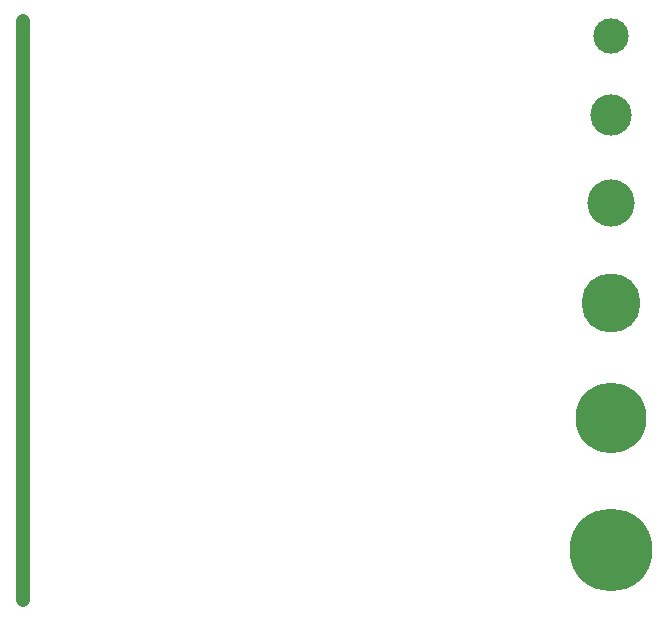
<source format=gbr>
%TF.GenerationSoftware,KiCad,Pcbnew,(6.0.0)*%
%TF.CreationDate,2022-07-14T20:59:07+12:00*%
%TF.ProjectId,BUSINESS_CARD,42555349-4e45-4535-935f-434152442e6b,0A*%
%TF.SameCoordinates,Original*%
%TF.FileFunction,Soldermask,Top*%
%TF.FilePolarity,Negative*%
%FSLAX46Y46*%
G04 Gerber Fmt 4.6, Leading zero omitted, Abs format (unit mm)*
G04 Created by KiCad (PCBNEW (6.0.0)) date 2022-07-14 20:59:07*
%MOMM*%
%LPD*%
G01*
G04 APERTURE LIST*
%ADD10C,1.200000*%
%ADD11C,3.000000*%
%ADD12C,3.500000*%
%ADD13C,5.000000*%
%ADD14C,4.000000*%
%ADD15C,6.000000*%
%ADD16C,7.000000*%
G04 APERTURE END LIST*
D10*
X188000000Y-125500000D02*
X188000000Y-174500000D01*
D11*
%TO.C,H1*%
X237786000Y-126714000D03*
%TD*%
D12*
%TO.C,H2*%
X237786000Y-133429000D03*
%TD*%
D13*
%TO.C,H4*%
X237786000Y-149357000D03*
%TD*%
D14*
%TO.C,H3*%
X237786000Y-140893000D03*
%TD*%
D15*
%TO.C,H5*%
X237786000Y-159071000D03*
%TD*%
D16*
%TO.C,H6*%
X237786000Y-170286000D03*
%TD*%
M02*

</source>
